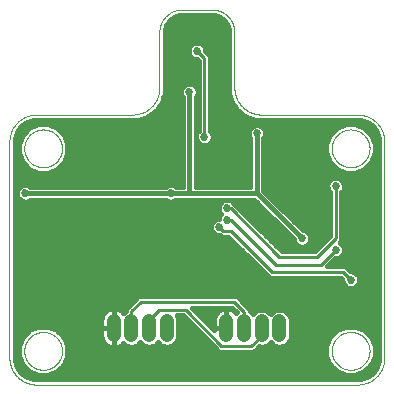
<source format=gbl>
G75*
%MOIN*%
%OFA0B0*%
%FSLAX25Y25*%
%IPPOS*%
%LPD*%
%AMOC8*
5,1,8,0,0,1.08239X$1,22.5*
%
%ADD10C,0.00000*%
%ADD11C,0.04756*%
%ADD12C,0.02700*%
%ADD13C,0.01600*%
%ADD14C,0.01000*%
D10*
X0009300Y0017556D02*
X0009300Y0089556D01*
X0009303Y0089773D01*
X0009311Y0089991D01*
X0009324Y0090208D01*
X0009342Y0090425D01*
X0009366Y0090641D01*
X0009394Y0090856D01*
X0009428Y0091071D01*
X0009468Y0091285D01*
X0009512Y0091498D01*
X0009562Y0091710D01*
X0009616Y0091920D01*
X0009676Y0092130D01*
X0009740Y0092337D01*
X0009810Y0092543D01*
X0009885Y0092747D01*
X0009964Y0092950D01*
X0010049Y0093150D01*
X0010138Y0093349D01*
X0010232Y0093545D01*
X0010331Y0093739D01*
X0010434Y0093930D01*
X0010542Y0094119D01*
X0010655Y0094305D01*
X0010772Y0094488D01*
X0010893Y0094669D01*
X0011019Y0094846D01*
X0011149Y0095020D01*
X0011283Y0095192D01*
X0011421Y0095360D01*
X0011563Y0095524D01*
X0011710Y0095685D01*
X0011860Y0095843D01*
X0012013Y0095996D01*
X0012171Y0096146D01*
X0012332Y0096293D01*
X0012496Y0096435D01*
X0012664Y0096573D01*
X0012836Y0096707D01*
X0013010Y0096837D01*
X0013187Y0096963D01*
X0013368Y0097084D01*
X0013551Y0097201D01*
X0013737Y0097314D01*
X0013926Y0097422D01*
X0014117Y0097525D01*
X0014311Y0097624D01*
X0014507Y0097718D01*
X0014706Y0097807D01*
X0014906Y0097892D01*
X0015109Y0097971D01*
X0015313Y0098046D01*
X0015519Y0098116D01*
X0015726Y0098180D01*
X0015936Y0098240D01*
X0016146Y0098294D01*
X0016358Y0098344D01*
X0016571Y0098388D01*
X0016785Y0098428D01*
X0017000Y0098462D01*
X0017215Y0098490D01*
X0017431Y0098514D01*
X0017648Y0098532D01*
X0017865Y0098545D01*
X0018083Y0098553D01*
X0018300Y0098556D01*
X0050300Y0098556D01*
X0050517Y0098559D01*
X0050735Y0098567D01*
X0050952Y0098580D01*
X0051169Y0098598D01*
X0051385Y0098622D01*
X0051600Y0098650D01*
X0051815Y0098684D01*
X0052029Y0098724D01*
X0052242Y0098768D01*
X0052454Y0098818D01*
X0052664Y0098872D01*
X0052874Y0098932D01*
X0053081Y0098996D01*
X0053287Y0099066D01*
X0053491Y0099141D01*
X0053694Y0099220D01*
X0053894Y0099305D01*
X0054093Y0099394D01*
X0054289Y0099488D01*
X0054483Y0099587D01*
X0054674Y0099690D01*
X0054863Y0099798D01*
X0055049Y0099911D01*
X0055232Y0100028D01*
X0055413Y0100149D01*
X0055590Y0100275D01*
X0055764Y0100405D01*
X0055936Y0100539D01*
X0056104Y0100677D01*
X0056268Y0100819D01*
X0056429Y0100966D01*
X0056587Y0101116D01*
X0056740Y0101269D01*
X0056890Y0101427D01*
X0057037Y0101588D01*
X0057179Y0101752D01*
X0057317Y0101920D01*
X0057451Y0102092D01*
X0057581Y0102266D01*
X0057707Y0102443D01*
X0057828Y0102624D01*
X0057945Y0102807D01*
X0058058Y0102993D01*
X0058166Y0103182D01*
X0058269Y0103373D01*
X0058368Y0103567D01*
X0058462Y0103763D01*
X0058551Y0103962D01*
X0058636Y0104162D01*
X0058715Y0104365D01*
X0058790Y0104569D01*
X0058860Y0104775D01*
X0058924Y0104982D01*
X0058984Y0105192D01*
X0059038Y0105402D01*
X0059088Y0105614D01*
X0059132Y0105827D01*
X0059172Y0106041D01*
X0059206Y0106256D01*
X0059234Y0106471D01*
X0059258Y0106687D01*
X0059276Y0106904D01*
X0059289Y0107121D01*
X0059297Y0107339D01*
X0059300Y0107556D01*
X0059300Y0126056D01*
X0059302Y0126237D01*
X0059309Y0126418D01*
X0059320Y0126599D01*
X0059335Y0126780D01*
X0059355Y0126960D01*
X0059379Y0127140D01*
X0059407Y0127319D01*
X0059440Y0127497D01*
X0059477Y0127674D01*
X0059518Y0127851D01*
X0059563Y0128026D01*
X0059613Y0128201D01*
X0059667Y0128374D01*
X0059725Y0128545D01*
X0059787Y0128716D01*
X0059854Y0128884D01*
X0059924Y0129051D01*
X0059998Y0129217D01*
X0060077Y0129380D01*
X0060159Y0129541D01*
X0060245Y0129701D01*
X0060335Y0129858D01*
X0060429Y0130013D01*
X0060526Y0130166D01*
X0060628Y0130316D01*
X0060732Y0130464D01*
X0060841Y0130610D01*
X0060952Y0130752D01*
X0061068Y0130892D01*
X0061186Y0131029D01*
X0061308Y0131164D01*
X0061433Y0131295D01*
X0061561Y0131423D01*
X0061692Y0131548D01*
X0061827Y0131670D01*
X0061964Y0131788D01*
X0062104Y0131904D01*
X0062246Y0132015D01*
X0062392Y0132124D01*
X0062540Y0132228D01*
X0062690Y0132330D01*
X0062843Y0132427D01*
X0062998Y0132521D01*
X0063155Y0132611D01*
X0063315Y0132697D01*
X0063476Y0132779D01*
X0063639Y0132858D01*
X0063805Y0132932D01*
X0063972Y0133002D01*
X0064140Y0133069D01*
X0064311Y0133131D01*
X0064482Y0133189D01*
X0064655Y0133243D01*
X0064830Y0133293D01*
X0065005Y0133338D01*
X0065182Y0133379D01*
X0065359Y0133416D01*
X0065537Y0133449D01*
X0065716Y0133477D01*
X0065896Y0133501D01*
X0066076Y0133521D01*
X0066257Y0133536D01*
X0066438Y0133547D01*
X0066619Y0133554D01*
X0066800Y0133556D01*
X0076800Y0133556D01*
X0076981Y0133554D01*
X0077162Y0133547D01*
X0077343Y0133536D01*
X0077524Y0133521D01*
X0077704Y0133501D01*
X0077884Y0133477D01*
X0078063Y0133449D01*
X0078241Y0133416D01*
X0078418Y0133379D01*
X0078595Y0133338D01*
X0078770Y0133293D01*
X0078945Y0133243D01*
X0079118Y0133189D01*
X0079289Y0133131D01*
X0079460Y0133069D01*
X0079628Y0133002D01*
X0079795Y0132932D01*
X0079961Y0132858D01*
X0080124Y0132779D01*
X0080285Y0132697D01*
X0080445Y0132611D01*
X0080602Y0132521D01*
X0080757Y0132427D01*
X0080910Y0132330D01*
X0081060Y0132228D01*
X0081208Y0132124D01*
X0081354Y0132015D01*
X0081496Y0131904D01*
X0081636Y0131788D01*
X0081773Y0131670D01*
X0081908Y0131548D01*
X0082039Y0131423D01*
X0082167Y0131295D01*
X0082292Y0131164D01*
X0082414Y0131029D01*
X0082532Y0130892D01*
X0082648Y0130752D01*
X0082759Y0130610D01*
X0082868Y0130464D01*
X0082972Y0130316D01*
X0083074Y0130166D01*
X0083171Y0130013D01*
X0083265Y0129858D01*
X0083355Y0129701D01*
X0083441Y0129541D01*
X0083523Y0129380D01*
X0083602Y0129217D01*
X0083676Y0129051D01*
X0083746Y0128884D01*
X0083813Y0128716D01*
X0083875Y0128545D01*
X0083933Y0128374D01*
X0083987Y0128201D01*
X0084037Y0128026D01*
X0084082Y0127851D01*
X0084123Y0127674D01*
X0084160Y0127497D01*
X0084193Y0127319D01*
X0084221Y0127140D01*
X0084245Y0126960D01*
X0084265Y0126780D01*
X0084280Y0126599D01*
X0084291Y0126418D01*
X0084298Y0126237D01*
X0084300Y0126056D01*
X0084300Y0107556D01*
X0084303Y0107339D01*
X0084311Y0107121D01*
X0084324Y0106904D01*
X0084342Y0106687D01*
X0084366Y0106471D01*
X0084394Y0106256D01*
X0084428Y0106041D01*
X0084468Y0105827D01*
X0084512Y0105614D01*
X0084562Y0105402D01*
X0084616Y0105192D01*
X0084676Y0104982D01*
X0084740Y0104775D01*
X0084810Y0104569D01*
X0084885Y0104365D01*
X0084964Y0104162D01*
X0085049Y0103962D01*
X0085138Y0103763D01*
X0085232Y0103567D01*
X0085331Y0103373D01*
X0085434Y0103182D01*
X0085542Y0102993D01*
X0085655Y0102807D01*
X0085772Y0102624D01*
X0085893Y0102443D01*
X0086019Y0102266D01*
X0086149Y0102092D01*
X0086283Y0101920D01*
X0086421Y0101752D01*
X0086563Y0101588D01*
X0086710Y0101427D01*
X0086860Y0101269D01*
X0087013Y0101116D01*
X0087171Y0100966D01*
X0087332Y0100819D01*
X0087496Y0100677D01*
X0087664Y0100539D01*
X0087836Y0100405D01*
X0088010Y0100275D01*
X0088187Y0100149D01*
X0088368Y0100028D01*
X0088551Y0099911D01*
X0088737Y0099798D01*
X0088926Y0099690D01*
X0089117Y0099587D01*
X0089311Y0099488D01*
X0089507Y0099394D01*
X0089706Y0099305D01*
X0089906Y0099220D01*
X0090109Y0099141D01*
X0090313Y0099066D01*
X0090519Y0098996D01*
X0090726Y0098932D01*
X0090936Y0098872D01*
X0091146Y0098818D01*
X0091358Y0098768D01*
X0091571Y0098724D01*
X0091785Y0098684D01*
X0092000Y0098650D01*
X0092215Y0098622D01*
X0092431Y0098598D01*
X0092648Y0098580D01*
X0092865Y0098567D01*
X0093083Y0098559D01*
X0093300Y0098556D01*
X0125300Y0098556D01*
X0125517Y0098553D01*
X0125735Y0098545D01*
X0125952Y0098532D01*
X0126169Y0098514D01*
X0126385Y0098490D01*
X0126600Y0098462D01*
X0126815Y0098428D01*
X0127029Y0098388D01*
X0127242Y0098344D01*
X0127454Y0098294D01*
X0127664Y0098240D01*
X0127874Y0098180D01*
X0128081Y0098116D01*
X0128287Y0098046D01*
X0128491Y0097971D01*
X0128694Y0097892D01*
X0128894Y0097807D01*
X0129093Y0097718D01*
X0129289Y0097624D01*
X0129483Y0097525D01*
X0129674Y0097422D01*
X0129863Y0097314D01*
X0130049Y0097201D01*
X0130232Y0097084D01*
X0130413Y0096963D01*
X0130590Y0096837D01*
X0130764Y0096707D01*
X0130936Y0096573D01*
X0131104Y0096435D01*
X0131268Y0096293D01*
X0131429Y0096146D01*
X0131587Y0095996D01*
X0131740Y0095843D01*
X0131890Y0095685D01*
X0132037Y0095524D01*
X0132179Y0095360D01*
X0132317Y0095192D01*
X0132451Y0095020D01*
X0132581Y0094846D01*
X0132707Y0094669D01*
X0132828Y0094488D01*
X0132945Y0094305D01*
X0133058Y0094119D01*
X0133166Y0093930D01*
X0133269Y0093739D01*
X0133368Y0093545D01*
X0133462Y0093349D01*
X0133551Y0093150D01*
X0133636Y0092950D01*
X0133715Y0092747D01*
X0133790Y0092543D01*
X0133860Y0092337D01*
X0133924Y0092130D01*
X0133984Y0091920D01*
X0134038Y0091710D01*
X0134088Y0091498D01*
X0134132Y0091285D01*
X0134172Y0091071D01*
X0134206Y0090856D01*
X0134234Y0090641D01*
X0134258Y0090425D01*
X0134276Y0090208D01*
X0134289Y0089991D01*
X0134297Y0089773D01*
X0134300Y0089556D01*
X0134300Y0017556D01*
X0134297Y0017339D01*
X0134289Y0017121D01*
X0134276Y0016904D01*
X0134258Y0016687D01*
X0134234Y0016471D01*
X0134206Y0016256D01*
X0134172Y0016041D01*
X0134132Y0015827D01*
X0134088Y0015614D01*
X0134038Y0015402D01*
X0133984Y0015192D01*
X0133924Y0014982D01*
X0133860Y0014775D01*
X0133790Y0014569D01*
X0133715Y0014365D01*
X0133636Y0014162D01*
X0133551Y0013962D01*
X0133462Y0013763D01*
X0133368Y0013567D01*
X0133269Y0013373D01*
X0133166Y0013182D01*
X0133058Y0012993D01*
X0132945Y0012807D01*
X0132828Y0012624D01*
X0132707Y0012443D01*
X0132581Y0012266D01*
X0132451Y0012092D01*
X0132317Y0011920D01*
X0132179Y0011752D01*
X0132037Y0011588D01*
X0131890Y0011427D01*
X0131740Y0011269D01*
X0131587Y0011116D01*
X0131429Y0010966D01*
X0131268Y0010819D01*
X0131104Y0010677D01*
X0130936Y0010539D01*
X0130764Y0010405D01*
X0130590Y0010275D01*
X0130413Y0010149D01*
X0130232Y0010028D01*
X0130049Y0009911D01*
X0129863Y0009798D01*
X0129674Y0009690D01*
X0129483Y0009587D01*
X0129289Y0009488D01*
X0129093Y0009394D01*
X0128894Y0009305D01*
X0128694Y0009220D01*
X0128491Y0009141D01*
X0128287Y0009066D01*
X0128081Y0008996D01*
X0127874Y0008932D01*
X0127664Y0008872D01*
X0127454Y0008818D01*
X0127242Y0008768D01*
X0127029Y0008724D01*
X0126815Y0008684D01*
X0126600Y0008650D01*
X0126385Y0008622D01*
X0126169Y0008598D01*
X0125952Y0008580D01*
X0125735Y0008567D01*
X0125517Y0008559D01*
X0125300Y0008556D01*
X0018300Y0008556D01*
X0018083Y0008559D01*
X0017865Y0008567D01*
X0017648Y0008580D01*
X0017431Y0008598D01*
X0017215Y0008622D01*
X0017000Y0008650D01*
X0016785Y0008684D01*
X0016571Y0008724D01*
X0016358Y0008768D01*
X0016146Y0008818D01*
X0015936Y0008872D01*
X0015726Y0008932D01*
X0015519Y0008996D01*
X0015313Y0009066D01*
X0015109Y0009141D01*
X0014906Y0009220D01*
X0014706Y0009305D01*
X0014507Y0009394D01*
X0014311Y0009488D01*
X0014117Y0009587D01*
X0013926Y0009690D01*
X0013737Y0009798D01*
X0013551Y0009911D01*
X0013368Y0010028D01*
X0013187Y0010149D01*
X0013010Y0010275D01*
X0012836Y0010405D01*
X0012664Y0010539D01*
X0012496Y0010677D01*
X0012332Y0010819D01*
X0012171Y0010966D01*
X0012013Y0011116D01*
X0011860Y0011269D01*
X0011710Y0011427D01*
X0011563Y0011588D01*
X0011421Y0011752D01*
X0011283Y0011920D01*
X0011149Y0012092D01*
X0011019Y0012266D01*
X0010893Y0012443D01*
X0010772Y0012624D01*
X0010655Y0012807D01*
X0010542Y0012993D01*
X0010434Y0013182D01*
X0010331Y0013373D01*
X0010232Y0013567D01*
X0010138Y0013763D01*
X0010049Y0013962D01*
X0009964Y0014162D01*
X0009885Y0014365D01*
X0009810Y0014569D01*
X0009740Y0014775D01*
X0009676Y0014982D01*
X0009616Y0015192D01*
X0009562Y0015402D01*
X0009512Y0015614D01*
X0009468Y0015827D01*
X0009428Y0016041D01*
X0009394Y0016256D01*
X0009366Y0016471D01*
X0009342Y0016687D01*
X0009324Y0016904D01*
X0009311Y0017121D01*
X0009303Y0017339D01*
X0009300Y0017556D01*
X0014251Y0019806D02*
X0014253Y0019964D01*
X0014259Y0020122D01*
X0014269Y0020280D01*
X0014283Y0020438D01*
X0014301Y0020595D01*
X0014322Y0020752D01*
X0014348Y0020908D01*
X0014378Y0021064D01*
X0014411Y0021219D01*
X0014449Y0021372D01*
X0014490Y0021525D01*
X0014535Y0021677D01*
X0014584Y0021828D01*
X0014637Y0021977D01*
X0014693Y0022125D01*
X0014753Y0022271D01*
X0014817Y0022416D01*
X0014885Y0022559D01*
X0014956Y0022701D01*
X0015030Y0022841D01*
X0015108Y0022978D01*
X0015190Y0023114D01*
X0015274Y0023248D01*
X0015363Y0023379D01*
X0015454Y0023508D01*
X0015549Y0023635D01*
X0015646Y0023760D01*
X0015747Y0023882D01*
X0015851Y0024001D01*
X0015958Y0024118D01*
X0016068Y0024232D01*
X0016181Y0024343D01*
X0016296Y0024452D01*
X0016414Y0024557D01*
X0016535Y0024659D01*
X0016658Y0024759D01*
X0016784Y0024855D01*
X0016912Y0024948D01*
X0017042Y0025038D01*
X0017175Y0025124D01*
X0017310Y0025208D01*
X0017446Y0025287D01*
X0017585Y0025364D01*
X0017726Y0025436D01*
X0017868Y0025506D01*
X0018012Y0025571D01*
X0018158Y0025633D01*
X0018305Y0025691D01*
X0018454Y0025746D01*
X0018604Y0025797D01*
X0018755Y0025844D01*
X0018907Y0025887D01*
X0019060Y0025926D01*
X0019215Y0025962D01*
X0019370Y0025993D01*
X0019526Y0026021D01*
X0019682Y0026045D01*
X0019839Y0026065D01*
X0019997Y0026081D01*
X0020154Y0026093D01*
X0020313Y0026101D01*
X0020471Y0026105D01*
X0020629Y0026105D01*
X0020787Y0026101D01*
X0020946Y0026093D01*
X0021103Y0026081D01*
X0021261Y0026065D01*
X0021418Y0026045D01*
X0021574Y0026021D01*
X0021730Y0025993D01*
X0021885Y0025962D01*
X0022040Y0025926D01*
X0022193Y0025887D01*
X0022345Y0025844D01*
X0022496Y0025797D01*
X0022646Y0025746D01*
X0022795Y0025691D01*
X0022942Y0025633D01*
X0023088Y0025571D01*
X0023232Y0025506D01*
X0023374Y0025436D01*
X0023515Y0025364D01*
X0023654Y0025287D01*
X0023790Y0025208D01*
X0023925Y0025124D01*
X0024058Y0025038D01*
X0024188Y0024948D01*
X0024316Y0024855D01*
X0024442Y0024759D01*
X0024565Y0024659D01*
X0024686Y0024557D01*
X0024804Y0024452D01*
X0024919Y0024343D01*
X0025032Y0024232D01*
X0025142Y0024118D01*
X0025249Y0024001D01*
X0025353Y0023882D01*
X0025454Y0023760D01*
X0025551Y0023635D01*
X0025646Y0023508D01*
X0025737Y0023379D01*
X0025826Y0023248D01*
X0025910Y0023114D01*
X0025992Y0022978D01*
X0026070Y0022841D01*
X0026144Y0022701D01*
X0026215Y0022559D01*
X0026283Y0022416D01*
X0026347Y0022271D01*
X0026407Y0022125D01*
X0026463Y0021977D01*
X0026516Y0021828D01*
X0026565Y0021677D01*
X0026610Y0021525D01*
X0026651Y0021372D01*
X0026689Y0021219D01*
X0026722Y0021064D01*
X0026752Y0020908D01*
X0026778Y0020752D01*
X0026799Y0020595D01*
X0026817Y0020438D01*
X0026831Y0020280D01*
X0026841Y0020122D01*
X0026847Y0019964D01*
X0026849Y0019806D01*
X0026847Y0019648D01*
X0026841Y0019490D01*
X0026831Y0019332D01*
X0026817Y0019174D01*
X0026799Y0019017D01*
X0026778Y0018860D01*
X0026752Y0018704D01*
X0026722Y0018548D01*
X0026689Y0018393D01*
X0026651Y0018240D01*
X0026610Y0018087D01*
X0026565Y0017935D01*
X0026516Y0017784D01*
X0026463Y0017635D01*
X0026407Y0017487D01*
X0026347Y0017341D01*
X0026283Y0017196D01*
X0026215Y0017053D01*
X0026144Y0016911D01*
X0026070Y0016771D01*
X0025992Y0016634D01*
X0025910Y0016498D01*
X0025826Y0016364D01*
X0025737Y0016233D01*
X0025646Y0016104D01*
X0025551Y0015977D01*
X0025454Y0015852D01*
X0025353Y0015730D01*
X0025249Y0015611D01*
X0025142Y0015494D01*
X0025032Y0015380D01*
X0024919Y0015269D01*
X0024804Y0015160D01*
X0024686Y0015055D01*
X0024565Y0014953D01*
X0024442Y0014853D01*
X0024316Y0014757D01*
X0024188Y0014664D01*
X0024058Y0014574D01*
X0023925Y0014488D01*
X0023790Y0014404D01*
X0023654Y0014325D01*
X0023515Y0014248D01*
X0023374Y0014176D01*
X0023232Y0014106D01*
X0023088Y0014041D01*
X0022942Y0013979D01*
X0022795Y0013921D01*
X0022646Y0013866D01*
X0022496Y0013815D01*
X0022345Y0013768D01*
X0022193Y0013725D01*
X0022040Y0013686D01*
X0021885Y0013650D01*
X0021730Y0013619D01*
X0021574Y0013591D01*
X0021418Y0013567D01*
X0021261Y0013547D01*
X0021103Y0013531D01*
X0020946Y0013519D01*
X0020787Y0013511D01*
X0020629Y0013507D01*
X0020471Y0013507D01*
X0020313Y0013511D01*
X0020154Y0013519D01*
X0019997Y0013531D01*
X0019839Y0013547D01*
X0019682Y0013567D01*
X0019526Y0013591D01*
X0019370Y0013619D01*
X0019215Y0013650D01*
X0019060Y0013686D01*
X0018907Y0013725D01*
X0018755Y0013768D01*
X0018604Y0013815D01*
X0018454Y0013866D01*
X0018305Y0013921D01*
X0018158Y0013979D01*
X0018012Y0014041D01*
X0017868Y0014106D01*
X0017726Y0014176D01*
X0017585Y0014248D01*
X0017446Y0014325D01*
X0017310Y0014404D01*
X0017175Y0014488D01*
X0017042Y0014574D01*
X0016912Y0014664D01*
X0016784Y0014757D01*
X0016658Y0014853D01*
X0016535Y0014953D01*
X0016414Y0015055D01*
X0016296Y0015160D01*
X0016181Y0015269D01*
X0016068Y0015380D01*
X0015958Y0015494D01*
X0015851Y0015611D01*
X0015747Y0015730D01*
X0015646Y0015852D01*
X0015549Y0015977D01*
X0015454Y0016104D01*
X0015363Y0016233D01*
X0015274Y0016364D01*
X0015190Y0016498D01*
X0015108Y0016634D01*
X0015030Y0016771D01*
X0014956Y0016911D01*
X0014885Y0017053D01*
X0014817Y0017196D01*
X0014753Y0017341D01*
X0014693Y0017487D01*
X0014637Y0017635D01*
X0014584Y0017784D01*
X0014535Y0017935D01*
X0014490Y0018087D01*
X0014449Y0018240D01*
X0014411Y0018393D01*
X0014378Y0018548D01*
X0014348Y0018704D01*
X0014322Y0018860D01*
X0014301Y0019017D01*
X0014283Y0019174D01*
X0014269Y0019332D01*
X0014259Y0019490D01*
X0014253Y0019648D01*
X0014251Y0019806D01*
X0014251Y0087306D02*
X0014253Y0087464D01*
X0014259Y0087622D01*
X0014269Y0087780D01*
X0014283Y0087938D01*
X0014301Y0088095D01*
X0014322Y0088252D01*
X0014348Y0088408D01*
X0014378Y0088564D01*
X0014411Y0088719D01*
X0014449Y0088872D01*
X0014490Y0089025D01*
X0014535Y0089177D01*
X0014584Y0089328D01*
X0014637Y0089477D01*
X0014693Y0089625D01*
X0014753Y0089771D01*
X0014817Y0089916D01*
X0014885Y0090059D01*
X0014956Y0090201D01*
X0015030Y0090341D01*
X0015108Y0090478D01*
X0015190Y0090614D01*
X0015274Y0090748D01*
X0015363Y0090879D01*
X0015454Y0091008D01*
X0015549Y0091135D01*
X0015646Y0091260D01*
X0015747Y0091382D01*
X0015851Y0091501D01*
X0015958Y0091618D01*
X0016068Y0091732D01*
X0016181Y0091843D01*
X0016296Y0091952D01*
X0016414Y0092057D01*
X0016535Y0092159D01*
X0016658Y0092259D01*
X0016784Y0092355D01*
X0016912Y0092448D01*
X0017042Y0092538D01*
X0017175Y0092624D01*
X0017310Y0092708D01*
X0017446Y0092787D01*
X0017585Y0092864D01*
X0017726Y0092936D01*
X0017868Y0093006D01*
X0018012Y0093071D01*
X0018158Y0093133D01*
X0018305Y0093191D01*
X0018454Y0093246D01*
X0018604Y0093297D01*
X0018755Y0093344D01*
X0018907Y0093387D01*
X0019060Y0093426D01*
X0019215Y0093462D01*
X0019370Y0093493D01*
X0019526Y0093521D01*
X0019682Y0093545D01*
X0019839Y0093565D01*
X0019997Y0093581D01*
X0020154Y0093593D01*
X0020313Y0093601D01*
X0020471Y0093605D01*
X0020629Y0093605D01*
X0020787Y0093601D01*
X0020946Y0093593D01*
X0021103Y0093581D01*
X0021261Y0093565D01*
X0021418Y0093545D01*
X0021574Y0093521D01*
X0021730Y0093493D01*
X0021885Y0093462D01*
X0022040Y0093426D01*
X0022193Y0093387D01*
X0022345Y0093344D01*
X0022496Y0093297D01*
X0022646Y0093246D01*
X0022795Y0093191D01*
X0022942Y0093133D01*
X0023088Y0093071D01*
X0023232Y0093006D01*
X0023374Y0092936D01*
X0023515Y0092864D01*
X0023654Y0092787D01*
X0023790Y0092708D01*
X0023925Y0092624D01*
X0024058Y0092538D01*
X0024188Y0092448D01*
X0024316Y0092355D01*
X0024442Y0092259D01*
X0024565Y0092159D01*
X0024686Y0092057D01*
X0024804Y0091952D01*
X0024919Y0091843D01*
X0025032Y0091732D01*
X0025142Y0091618D01*
X0025249Y0091501D01*
X0025353Y0091382D01*
X0025454Y0091260D01*
X0025551Y0091135D01*
X0025646Y0091008D01*
X0025737Y0090879D01*
X0025826Y0090748D01*
X0025910Y0090614D01*
X0025992Y0090478D01*
X0026070Y0090341D01*
X0026144Y0090201D01*
X0026215Y0090059D01*
X0026283Y0089916D01*
X0026347Y0089771D01*
X0026407Y0089625D01*
X0026463Y0089477D01*
X0026516Y0089328D01*
X0026565Y0089177D01*
X0026610Y0089025D01*
X0026651Y0088872D01*
X0026689Y0088719D01*
X0026722Y0088564D01*
X0026752Y0088408D01*
X0026778Y0088252D01*
X0026799Y0088095D01*
X0026817Y0087938D01*
X0026831Y0087780D01*
X0026841Y0087622D01*
X0026847Y0087464D01*
X0026849Y0087306D01*
X0026847Y0087148D01*
X0026841Y0086990D01*
X0026831Y0086832D01*
X0026817Y0086674D01*
X0026799Y0086517D01*
X0026778Y0086360D01*
X0026752Y0086204D01*
X0026722Y0086048D01*
X0026689Y0085893D01*
X0026651Y0085740D01*
X0026610Y0085587D01*
X0026565Y0085435D01*
X0026516Y0085284D01*
X0026463Y0085135D01*
X0026407Y0084987D01*
X0026347Y0084841D01*
X0026283Y0084696D01*
X0026215Y0084553D01*
X0026144Y0084411D01*
X0026070Y0084271D01*
X0025992Y0084134D01*
X0025910Y0083998D01*
X0025826Y0083864D01*
X0025737Y0083733D01*
X0025646Y0083604D01*
X0025551Y0083477D01*
X0025454Y0083352D01*
X0025353Y0083230D01*
X0025249Y0083111D01*
X0025142Y0082994D01*
X0025032Y0082880D01*
X0024919Y0082769D01*
X0024804Y0082660D01*
X0024686Y0082555D01*
X0024565Y0082453D01*
X0024442Y0082353D01*
X0024316Y0082257D01*
X0024188Y0082164D01*
X0024058Y0082074D01*
X0023925Y0081988D01*
X0023790Y0081904D01*
X0023654Y0081825D01*
X0023515Y0081748D01*
X0023374Y0081676D01*
X0023232Y0081606D01*
X0023088Y0081541D01*
X0022942Y0081479D01*
X0022795Y0081421D01*
X0022646Y0081366D01*
X0022496Y0081315D01*
X0022345Y0081268D01*
X0022193Y0081225D01*
X0022040Y0081186D01*
X0021885Y0081150D01*
X0021730Y0081119D01*
X0021574Y0081091D01*
X0021418Y0081067D01*
X0021261Y0081047D01*
X0021103Y0081031D01*
X0020946Y0081019D01*
X0020787Y0081011D01*
X0020629Y0081007D01*
X0020471Y0081007D01*
X0020313Y0081011D01*
X0020154Y0081019D01*
X0019997Y0081031D01*
X0019839Y0081047D01*
X0019682Y0081067D01*
X0019526Y0081091D01*
X0019370Y0081119D01*
X0019215Y0081150D01*
X0019060Y0081186D01*
X0018907Y0081225D01*
X0018755Y0081268D01*
X0018604Y0081315D01*
X0018454Y0081366D01*
X0018305Y0081421D01*
X0018158Y0081479D01*
X0018012Y0081541D01*
X0017868Y0081606D01*
X0017726Y0081676D01*
X0017585Y0081748D01*
X0017446Y0081825D01*
X0017310Y0081904D01*
X0017175Y0081988D01*
X0017042Y0082074D01*
X0016912Y0082164D01*
X0016784Y0082257D01*
X0016658Y0082353D01*
X0016535Y0082453D01*
X0016414Y0082555D01*
X0016296Y0082660D01*
X0016181Y0082769D01*
X0016068Y0082880D01*
X0015958Y0082994D01*
X0015851Y0083111D01*
X0015747Y0083230D01*
X0015646Y0083352D01*
X0015549Y0083477D01*
X0015454Y0083604D01*
X0015363Y0083733D01*
X0015274Y0083864D01*
X0015190Y0083998D01*
X0015108Y0084134D01*
X0015030Y0084271D01*
X0014956Y0084411D01*
X0014885Y0084553D01*
X0014817Y0084696D01*
X0014753Y0084841D01*
X0014693Y0084987D01*
X0014637Y0085135D01*
X0014584Y0085284D01*
X0014535Y0085435D01*
X0014490Y0085587D01*
X0014449Y0085740D01*
X0014411Y0085893D01*
X0014378Y0086048D01*
X0014348Y0086204D01*
X0014322Y0086360D01*
X0014301Y0086517D01*
X0014283Y0086674D01*
X0014269Y0086832D01*
X0014259Y0086990D01*
X0014253Y0087148D01*
X0014251Y0087306D01*
X0116751Y0087306D02*
X0116753Y0087464D01*
X0116759Y0087622D01*
X0116769Y0087780D01*
X0116783Y0087938D01*
X0116801Y0088095D01*
X0116822Y0088252D01*
X0116848Y0088408D01*
X0116878Y0088564D01*
X0116911Y0088719D01*
X0116949Y0088872D01*
X0116990Y0089025D01*
X0117035Y0089177D01*
X0117084Y0089328D01*
X0117137Y0089477D01*
X0117193Y0089625D01*
X0117253Y0089771D01*
X0117317Y0089916D01*
X0117385Y0090059D01*
X0117456Y0090201D01*
X0117530Y0090341D01*
X0117608Y0090478D01*
X0117690Y0090614D01*
X0117774Y0090748D01*
X0117863Y0090879D01*
X0117954Y0091008D01*
X0118049Y0091135D01*
X0118146Y0091260D01*
X0118247Y0091382D01*
X0118351Y0091501D01*
X0118458Y0091618D01*
X0118568Y0091732D01*
X0118681Y0091843D01*
X0118796Y0091952D01*
X0118914Y0092057D01*
X0119035Y0092159D01*
X0119158Y0092259D01*
X0119284Y0092355D01*
X0119412Y0092448D01*
X0119542Y0092538D01*
X0119675Y0092624D01*
X0119810Y0092708D01*
X0119946Y0092787D01*
X0120085Y0092864D01*
X0120226Y0092936D01*
X0120368Y0093006D01*
X0120512Y0093071D01*
X0120658Y0093133D01*
X0120805Y0093191D01*
X0120954Y0093246D01*
X0121104Y0093297D01*
X0121255Y0093344D01*
X0121407Y0093387D01*
X0121560Y0093426D01*
X0121715Y0093462D01*
X0121870Y0093493D01*
X0122026Y0093521D01*
X0122182Y0093545D01*
X0122339Y0093565D01*
X0122497Y0093581D01*
X0122654Y0093593D01*
X0122813Y0093601D01*
X0122971Y0093605D01*
X0123129Y0093605D01*
X0123287Y0093601D01*
X0123446Y0093593D01*
X0123603Y0093581D01*
X0123761Y0093565D01*
X0123918Y0093545D01*
X0124074Y0093521D01*
X0124230Y0093493D01*
X0124385Y0093462D01*
X0124540Y0093426D01*
X0124693Y0093387D01*
X0124845Y0093344D01*
X0124996Y0093297D01*
X0125146Y0093246D01*
X0125295Y0093191D01*
X0125442Y0093133D01*
X0125588Y0093071D01*
X0125732Y0093006D01*
X0125874Y0092936D01*
X0126015Y0092864D01*
X0126154Y0092787D01*
X0126290Y0092708D01*
X0126425Y0092624D01*
X0126558Y0092538D01*
X0126688Y0092448D01*
X0126816Y0092355D01*
X0126942Y0092259D01*
X0127065Y0092159D01*
X0127186Y0092057D01*
X0127304Y0091952D01*
X0127419Y0091843D01*
X0127532Y0091732D01*
X0127642Y0091618D01*
X0127749Y0091501D01*
X0127853Y0091382D01*
X0127954Y0091260D01*
X0128051Y0091135D01*
X0128146Y0091008D01*
X0128237Y0090879D01*
X0128326Y0090748D01*
X0128410Y0090614D01*
X0128492Y0090478D01*
X0128570Y0090341D01*
X0128644Y0090201D01*
X0128715Y0090059D01*
X0128783Y0089916D01*
X0128847Y0089771D01*
X0128907Y0089625D01*
X0128963Y0089477D01*
X0129016Y0089328D01*
X0129065Y0089177D01*
X0129110Y0089025D01*
X0129151Y0088872D01*
X0129189Y0088719D01*
X0129222Y0088564D01*
X0129252Y0088408D01*
X0129278Y0088252D01*
X0129299Y0088095D01*
X0129317Y0087938D01*
X0129331Y0087780D01*
X0129341Y0087622D01*
X0129347Y0087464D01*
X0129349Y0087306D01*
X0129347Y0087148D01*
X0129341Y0086990D01*
X0129331Y0086832D01*
X0129317Y0086674D01*
X0129299Y0086517D01*
X0129278Y0086360D01*
X0129252Y0086204D01*
X0129222Y0086048D01*
X0129189Y0085893D01*
X0129151Y0085740D01*
X0129110Y0085587D01*
X0129065Y0085435D01*
X0129016Y0085284D01*
X0128963Y0085135D01*
X0128907Y0084987D01*
X0128847Y0084841D01*
X0128783Y0084696D01*
X0128715Y0084553D01*
X0128644Y0084411D01*
X0128570Y0084271D01*
X0128492Y0084134D01*
X0128410Y0083998D01*
X0128326Y0083864D01*
X0128237Y0083733D01*
X0128146Y0083604D01*
X0128051Y0083477D01*
X0127954Y0083352D01*
X0127853Y0083230D01*
X0127749Y0083111D01*
X0127642Y0082994D01*
X0127532Y0082880D01*
X0127419Y0082769D01*
X0127304Y0082660D01*
X0127186Y0082555D01*
X0127065Y0082453D01*
X0126942Y0082353D01*
X0126816Y0082257D01*
X0126688Y0082164D01*
X0126558Y0082074D01*
X0126425Y0081988D01*
X0126290Y0081904D01*
X0126154Y0081825D01*
X0126015Y0081748D01*
X0125874Y0081676D01*
X0125732Y0081606D01*
X0125588Y0081541D01*
X0125442Y0081479D01*
X0125295Y0081421D01*
X0125146Y0081366D01*
X0124996Y0081315D01*
X0124845Y0081268D01*
X0124693Y0081225D01*
X0124540Y0081186D01*
X0124385Y0081150D01*
X0124230Y0081119D01*
X0124074Y0081091D01*
X0123918Y0081067D01*
X0123761Y0081047D01*
X0123603Y0081031D01*
X0123446Y0081019D01*
X0123287Y0081011D01*
X0123129Y0081007D01*
X0122971Y0081007D01*
X0122813Y0081011D01*
X0122654Y0081019D01*
X0122497Y0081031D01*
X0122339Y0081047D01*
X0122182Y0081067D01*
X0122026Y0081091D01*
X0121870Y0081119D01*
X0121715Y0081150D01*
X0121560Y0081186D01*
X0121407Y0081225D01*
X0121255Y0081268D01*
X0121104Y0081315D01*
X0120954Y0081366D01*
X0120805Y0081421D01*
X0120658Y0081479D01*
X0120512Y0081541D01*
X0120368Y0081606D01*
X0120226Y0081676D01*
X0120085Y0081748D01*
X0119946Y0081825D01*
X0119810Y0081904D01*
X0119675Y0081988D01*
X0119542Y0082074D01*
X0119412Y0082164D01*
X0119284Y0082257D01*
X0119158Y0082353D01*
X0119035Y0082453D01*
X0118914Y0082555D01*
X0118796Y0082660D01*
X0118681Y0082769D01*
X0118568Y0082880D01*
X0118458Y0082994D01*
X0118351Y0083111D01*
X0118247Y0083230D01*
X0118146Y0083352D01*
X0118049Y0083477D01*
X0117954Y0083604D01*
X0117863Y0083733D01*
X0117774Y0083864D01*
X0117690Y0083998D01*
X0117608Y0084134D01*
X0117530Y0084271D01*
X0117456Y0084411D01*
X0117385Y0084553D01*
X0117317Y0084696D01*
X0117253Y0084841D01*
X0117193Y0084987D01*
X0117137Y0085135D01*
X0117084Y0085284D01*
X0117035Y0085435D01*
X0116990Y0085587D01*
X0116949Y0085740D01*
X0116911Y0085893D01*
X0116878Y0086048D01*
X0116848Y0086204D01*
X0116822Y0086360D01*
X0116801Y0086517D01*
X0116783Y0086674D01*
X0116769Y0086832D01*
X0116759Y0086990D01*
X0116753Y0087148D01*
X0116751Y0087306D01*
X0116751Y0019806D02*
X0116753Y0019964D01*
X0116759Y0020122D01*
X0116769Y0020280D01*
X0116783Y0020438D01*
X0116801Y0020595D01*
X0116822Y0020752D01*
X0116848Y0020908D01*
X0116878Y0021064D01*
X0116911Y0021219D01*
X0116949Y0021372D01*
X0116990Y0021525D01*
X0117035Y0021677D01*
X0117084Y0021828D01*
X0117137Y0021977D01*
X0117193Y0022125D01*
X0117253Y0022271D01*
X0117317Y0022416D01*
X0117385Y0022559D01*
X0117456Y0022701D01*
X0117530Y0022841D01*
X0117608Y0022978D01*
X0117690Y0023114D01*
X0117774Y0023248D01*
X0117863Y0023379D01*
X0117954Y0023508D01*
X0118049Y0023635D01*
X0118146Y0023760D01*
X0118247Y0023882D01*
X0118351Y0024001D01*
X0118458Y0024118D01*
X0118568Y0024232D01*
X0118681Y0024343D01*
X0118796Y0024452D01*
X0118914Y0024557D01*
X0119035Y0024659D01*
X0119158Y0024759D01*
X0119284Y0024855D01*
X0119412Y0024948D01*
X0119542Y0025038D01*
X0119675Y0025124D01*
X0119810Y0025208D01*
X0119946Y0025287D01*
X0120085Y0025364D01*
X0120226Y0025436D01*
X0120368Y0025506D01*
X0120512Y0025571D01*
X0120658Y0025633D01*
X0120805Y0025691D01*
X0120954Y0025746D01*
X0121104Y0025797D01*
X0121255Y0025844D01*
X0121407Y0025887D01*
X0121560Y0025926D01*
X0121715Y0025962D01*
X0121870Y0025993D01*
X0122026Y0026021D01*
X0122182Y0026045D01*
X0122339Y0026065D01*
X0122497Y0026081D01*
X0122654Y0026093D01*
X0122813Y0026101D01*
X0122971Y0026105D01*
X0123129Y0026105D01*
X0123287Y0026101D01*
X0123446Y0026093D01*
X0123603Y0026081D01*
X0123761Y0026065D01*
X0123918Y0026045D01*
X0124074Y0026021D01*
X0124230Y0025993D01*
X0124385Y0025962D01*
X0124540Y0025926D01*
X0124693Y0025887D01*
X0124845Y0025844D01*
X0124996Y0025797D01*
X0125146Y0025746D01*
X0125295Y0025691D01*
X0125442Y0025633D01*
X0125588Y0025571D01*
X0125732Y0025506D01*
X0125874Y0025436D01*
X0126015Y0025364D01*
X0126154Y0025287D01*
X0126290Y0025208D01*
X0126425Y0025124D01*
X0126558Y0025038D01*
X0126688Y0024948D01*
X0126816Y0024855D01*
X0126942Y0024759D01*
X0127065Y0024659D01*
X0127186Y0024557D01*
X0127304Y0024452D01*
X0127419Y0024343D01*
X0127532Y0024232D01*
X0127642Y0024118D01*
X0127749Y0024001D01*
X0127853Y0023882D01*
X0127954Y0023760D01*
X0128051Y0023635D01*
X0128146Y0023508D01*
X0128237Y0023379D01*
X0128326Y0023248D01*
X0128410Y0023114D01*
X0128492Y0022978D01*
X0128570Y0022841D01*
X0128644Y0022701D01*
X0128715Y0022559D01*
X0128783Y0022416D01*
X0128847Y0022271D01*
X0128907Y0022125D01*
X0128963Y0021977D01*
X0129016Y0021828D01*
X0129065Y0021677D01*
X0129110Y0021525D01*
X0129151Y0021372D01*
X0129189Y0021219D01*
X0129222Y0021064D01*
X0129252Y0020908D01*
X0129278Y0020752D01*
X0129299Y0020595D01*
X0129317Y0020438D01*
X0129331Y0020280D01*
X0129341Y0020122D01*
X0129347Y0019964D01*
X0129349Y0019806D01*
X0129347Y0019648D01*
X0129341Y0019490D01*
X0129331Y0019332D01*
X0129317Y0019174D01*
X0129299Y0019017D01*
X0129278Y0018860D01*
X0129252Y0018704D01*
X0129222Y0018548D01*
X0129189Y0018393D01*
X0129151Y0018240D01*
X0129110Y0018087D01*
X0129065Y0017935D01*
X0129016Y0017784D01*
X0128963Y0017635D01*
X0128907Y0017487D01*
X0128847Y0017341D01*
X0128783Y0017196D01*
X0128715Y0017053D01*
X0128644Y0016911D01*
X0128570Y0016771D01*
X0128492Y0016634D01*
X0128410Y0016498D01*
X0128326Y0016364D01*
X0128237Y0016233D01*
X0128146Y0016104D01*
X0128051Y0015977D01*
X0127954Y0015852D01*
X0127853Y0015730D01*
X0127749Y0015611D01*
X0127642Y0015494D01*
X0127532Y0015380D01*
X0127419Y0015269D01*
X0127304Y0015160D01*
X0127186Y0015055D01*
X0127065Y0014953D01*
X0126942Y0014853D01*
X0126816Y0014757D01*
X0126688Y0014664D01*
X0126558Y0014574D01*
X0126425Y0014488D01*
X0126290Y0014404D01*
X0126154Y0014325D01*
X0126015Y0014248D01*
X0125874Y0014176D01*
X0125732Y0014106D01*
X0125588Y0014041D01*
X0125442Y0013979D01*
X0125295Y0013921D01*
X0125146Y0013866D01*
X0124996Y0013815D01*
X0124845Y0013768D01*
X0124693Y0013725D01*
X0124540Y0013686D01*
X0124385Y0013650D01*
X0124230Y0013619D01*
X0124074Y0013591D01*
X0123918Y0013567D01*
X0123761Y0013547D01*
X0123603Y0013531D01*
X0123446Y0013519D01*
X0123287Y0013511D01*
X0123129Y0013507D01*
X0122971Y0013507D01*
X0122813Y0013511D01*
X0122654Y0013519D01*
X0122497Y0013531D01*
X0122339Y0013547D01*
X0122182Y0013567D01*
X0122026Y0013591D01*
X0121870Y0013619D01*
X0121715Y0013650D01*
X0121560Y0013686D01*
X0121407Y0013725D01*
X0121255Y0013768D01*
X0121104Y0013815D01*
X0120954Y0013866D01*
X0120805Y0013921D01*
X0120658Y0013979D01*
X0120512Y0014041D01*
X0120368Y0014106D01*
X0120226Y0014176D01*
X0120085Y0014248D01*
X0119946Y0014325D01*
X0119810Y0014404D01*
X0119675Y0014488D01*
X0119542Y0014574D01*
X0119412Y0014664D01*
X0119284Y0014757D01*
X0119158Y0014853D01*
X0119035Y0014953D01*
X0118914Y0015055D01*
X0118796Y0015160D01*
X0118681Y0015269D01*
X0118568Y0015380D01*
X0118458Y0015494D01*
X0118351Y0015611D01*
X0118247Y0015730D01*
X0118146Y0015852D01*
X0118049Y0015977D01*
X0117954Y0016104D01*
X0117863Y0016233D01*
X0117774Y0016364D01*
X0117690Y0016498D01*
X0117608Y0016634D01*
X0117530Y0016771D01*
X0117456Y0016911D01*
X0117385Y0017053D01*
X0117317Y0017196D01*
X0117253Y0017341D01*
X0117193Y0017487D01*
X0117137Y0017635D01*
X0117084Y0017784D01*
X0117035Y0017935D01*
X0116990Y0018087D01*
X0116949Y0018240D01*
X0116911Y0018393D01*
X0116878Y0018548D01*
X0116848Y0018704D01*
X0116822Y0018860D01*
X0116801Y0019017D01*
X0116783Y0019174D01*
X0116769Y0019332D01*
X0116759Y0019490D01*
X0116753Y0019648D01*
X0116751Y0019806D01*
D11*
X0099300Y0025007D02*
X0099300Y0029763D01*
X0093394Y0029763D02*
X0093394Y0025007D01*
X0087489Y0025007D02*
X0087489Y0029763D01*
X0081583Y0029763D02*
X0081583Y0025007D01*
X0061800Y0025007D02*
X0061800Y0029763D01*
X0055894Y0029763D02*
X0055894Y0025007D01*
X0049989Y0025007D02*
X0049989Y0029763D01*
X0044083Y0029763D02*
X0044083Y0025007D01*
D12*
X0038050Y0023556D03*
X0038050Y0027306D03*
X0038050Y0031056D03*
X0038050Y0034806D03*
X0043050Y0034806D03*
X0033050Y0042306D03*
X0028050Y0042306D03*
X0021800Y0052306D03*
X0021800Y0057306D03*
X0021800Y0062306D03*
X0030550Y0068556D03*
X0035550Y0066056D03*
X0030550Y0076056D03*
X0014612Y0072306D03*
X0013050Y0076056D03*
X0038050Y0054806D03*
X0038050Y0051056D03*
X0046800Y0046056D03*
X0066800Y0029806D03*
X0070550Y0027306D03*
X0066800Y0023556D03*
X0074300Y0023556D03*
X0076800Y0028556D03*
X0073050Y0032306D03*
X0075550Y0039806D03*
X0079300Y0039806D03*
X0083050Y0039806D03*
X0086800Y0039806D03*
X0090550Y0039806D03*
X0094300Y0043556D03*
X0086800Y0052306D03*
X0079300Y0061056D03*
X0081800Y0063556D03*
X0081800Y0067306D03*
X0076800Y0068556D03*
X0076800Y0064806D03*
X0068050Y0068556D03*
X0063050Y0072306D03*
X0065550Y0078556D03*
X0073050Y0078556D03*
X0081800Y0078556D03*
X0074300Y0091056D03*
X0064300Y0091056D03*
X0060550Y0091056D03*
X0051800Y0082931D03*
X0050550Y0092306D03*
X0045550Y0092306D03*
X0069300Y0106056D03*
X0071800Y0119806D03*
X0071800Y0124806D03*
X0091800Y0092306D03*
X0095550Y0087306D03*
X0100550Y0087306D03*
X0105550Y0069806D03*
X0118050Y0074806D03*
X0128050Y0078556D03*
X0128050Y0061056D03*
X0118050Y0053556D03*
X0111800Y0057306D03*
X0106800Y0057306D03*
X0101800Y0057306D03*
X0093050Y0066056D03*
X0114300Y0039806D03*
X0118050Y0039806D03*
X0123050Y0043556D03*
X0128050Y0043556D03*
X0106800Y0032306D03*
X0106800Y0021056D03*
X0106800Y0012306D03*
X0053050Y0012306D03*
X0053050Y0021056D03*
X0030550Y0023556D03*
X0030550Y0012306D03*
X0013050Y0029806D03*
X0015550Y0042306D03*
D13*
X0011885Y0014287D02*
X0013209Y0012465D01*
X0015031Y0011141D01*
X0017174Y0010445D01*
X0018300Y0010356D01*
X0125300Y0010356D01*
X0126426Y0010445D01*
X0128569Y0011141D01*
X0130391Y0012465D01*
X0131715Y0014287D01*
X0132411Y0016430D01*
X0132500Y0017556D01*
X0132500Y0089556D01*
X0132411Y0090682D01*
X0131715Y0092825D01*
X0130391Y0094647D01*
X0128569Y0095971D01*
X0126426Y0096667D01*
X0125300Y0096756D01*
X0091589Y0096756D01*
X0088336Y0097813D01*
X0088336Y0097813D01*
X0085568Y0099824D01*
X0085568Y0099824D01*
X0085568Y0099824D01*
X0083557Y0102592D01*
X0083557Y0102592D01*
X0082500Y0105845D01*
X0082500Y0126056D01*
X0082430Y0126948D01*
X0081879Y0128644D01*
X0080830Y0130087D01*
X0079388Y0131135D01*
X0077692Y0131686D01*
X0076800Y0131756D01*
X0066800Y0131756D01*
X0065908Y0131686D01*
X0064212Y0131135D01*
X0062769Y0130087D01*
X0061721Y0128644D01*
X0061170Y0126948D01*
X0061100Y0126056D01*
X0061100Y0105845D01*
X0060043Y0102592D01*
X0060043Y0102592D01*
X0058032Y0099824D01*
X0058032Y0099824D01*
X0058032Y0099824D01*
X0055264Y0097813D01*
X0055264Y0097813D01*
X0052011Y0096756D01*
X0052011Y0096756D01*
X0051046Y0096756D01*
X0018300Y0096756D01*
X0017174Y0096667D01*
X0015031Y0095971D01*
X0013209Y0094647D01*
X0011885Y0092825D01*
X0011189Y0090682D01*
X0011100Y0089556D01*
X0011100Y0017556D01*
X0011189Y0016430D01*
X0011885Y0014287D01*
X0011669Y0014950D02*
X0013952Y0014950D01*
X0013684Y0015218D02*
X0015962Y0012940D01*
X0018939Y0011707D01*
X0022161Y0011707D01*
X0025138Y0012940D01*
X0027416Y0015218D01*
X0028649Y0018195D01*
X0028649Y0021417D01*
X0027416Y0024394D01*
X0025138Y0026672D01*
X0022161Y0027905D01*
X0018939Y0027905D01*
X0015962Y0026672D01*
X0013684Y0024394D01*
X0012451Y0021417D01*
X0012451Y0018195D01*
X0013684Y0015218D01*
X0013133Y0016549D02*
X0011179Y0016549D01*
X0011100Y0018147D02*
X0012471Y0018147D01*
X0012451Y0019746D02*
X0011100Y0019746D01*
X0011100Y0021344D02*
X0012451Y0021344D01*
X0013083Y0022943D02*
X0011100Y0022943D01*
X0011100Y0024541D02*
X0013831Y0024541D01*
X0015430Y0026140D02*
X0011100Y0026140D01*
X0011100Y0027738D02*
X0018536Y0027738D01*
X0022564Y0027738D02*
X0039906Y0027738D01*
X0039906Y0027385D02*
X0044083Y0027385D01*
X0044083Y0027385D01*
X0044083Y0033941D01*
X0043755Y0033941D01*
X0043105Y0033838D01*
X0042480Y0033635D01*
X0041894Y0033336D01*
X0041362Y0032949D01*
X0040897Y0032484D01*
X0040510Y0031952D01*
X0040212Y0031366D01*
X0040008Y0030741D01*
X0039906Y0030092D01*
X0039906Y0027385D01*
X0039906Y0024678D01*
X0040008Y0024028D01*
X0040212Y0023403D01*
X0040510Y0022817D01*
X0040897Y0022285D01*
X0041362Y0021820D01*
X0041894Y0021434D01*
X0042480Y0021135D01*
X0043105Y0020932D01*
X0043755Y0020829D01*
X0044083Y0020829D01*
X0044083Y0027385D01*
X0044084Y0027385D01*
X0044084Y0033941D01*
X0044412Y0033941D01*
X0045062Y0033838D01*
X0045687Y0033635D01*
X0046273Y0033336D01*
X0046805Y0032949D01*
X0047270Y0032484D01*
X0047311Y0032428D01*
X0047849Y0032966D01*
X0048089Y0033065D01*
X0048089Y0033782D01*
X0051150Y0036843D01*
X0052263Y0037956D01*
X0085087Y0037956D01*
X0088276Y0034767D01*
X0089389Y0033654D01*
X0089389Y0033065D01*
X0089629Y0032966D01*
X0090442Y0032153D01*
X0091254Y0032966D01*
X0092643Y0033541D01*
X0094146Y0033541D01*
X0095535Y0032966D01*
X0096347Y0032153D01*
X0097160Y0032966D01*
X0098549Y0033541D01*
X0100051Y0033541D01*
X0101440Y0032966D01*
X0102503Y0031903D01*
X0103078Y0030514D01*
X0103078Y0024255D01*
X0102503Y0022867D01*
X0101440Y0021804D01*
X0100051Y0021229D01*
X0098549Y0021229D01*
X0097160Y0021804D01*
X0096347Y0022617D01*
X0095535Y0021804D01*
X0094146Y0021229D01*
X0092643Y0021229D01*
X0092522Y0021279D01*
X0091825Y0020582D01*
X0091825Y0020582D01*
X0090712Y0019469D01*
X0080698Y0019469D01*
X0080687Y0019458D01*
X0079913Y0019469D01*
X0079138Y0019469D01*
X0079128Y0019479D01*
X0079113Y0019479D01*
X0078573Y0020034D01*
X0078025Y0020582D01*
X0078025Y0020596D01*
X0067248Y0031656D01*
X0065105Y0031656D01*
X0065578Y0030514D01*
X0065578Y0024255D01*
X0065003Y0022867D01*
X0063940Y0021804D01*
X0062551Y0021229D01*
X0061049Y0021229D01*
X0059660Y0021804D01*
X0058847Y0022617D01*
X0058035Y0021804D01*
X0056646Y0021229D01*
X0055143Y0021229D01*
X0053754Y0021804D01*
X0052942Y0022617D01*
X0052129Y0021804D01*
X0050740Y0021229D01*
X0049237Y0021229D01*
X0047849Y0021804D01*
X0047311Y0022342D01*
X0047270Y0022285D01*
X0046805Y0021820D01*
X0046273Y0021434D01*
X0045687Y0021135D01*
X0045062Y0020932D01*
X0044412Y0020829D01*
X0044084Y0020829D01*
X0044084Y0027385D01*
X0044083Y0027385D01*
X0039906Y0027385D01*
X0039906Y0026140D02*
X0025670Y0026140D01*
X0027269Y0024541D02*
X0039927Y0024541D01*
X0040446Y0022943D02*
X0028017Y0022943D01*
X0028649Y0021344D02*
X0042069Y0021344D01*
X0044083Y0021344D02*
X0044084Y0021344D01*
X0044083Y0022943D02*
X0044084Y0022943D01*
X0044083Y0024541D02*
X0044084Y0024541D01*
X0044083Y0026140D02*
X0044084Y0026140D01*
X0044083Y0027738D02*
X0044084Y0027738D01*
X0044083Y0029337D02*
X0044084Y0029337D01*
X0044083Y0030935D02*
X0044084Y0030935D01*
X0044083Y0032534D02*
X0044084Y0032534D01*
X0040946Y0032534D02*
X0011100Y0032534D01*
X0011100Y0034132D02*
X0048439Y0034132D01*
X0047417Y0032534D02*
X0047221Y0032534D01*
X0050038Y0035731D02*
X0011100Y0035731D01*
X0011100Y0037329D02*
X0051636Y0037329D01*
X0040071Y0030935D02*
X0011100Y0030935D01*
X0011100Y0029337D02*
X0039906Y0029337D01*
X0046098Y0021344D02*
X0048959Y0021344D01*
X0051019Y0021344D02*
X0054865Y0021344D01*
X0056924Y0021344D02*
X0060770Y0021344D01*
X0062830Y0021344D02*
X0077296Y0021344D01*
X0078854Y0019746D02*
X0028649Y0019746D01*
X0028629Y0018147D02*
X0114971Y0018147D01*
X0114951Y0018195D02*
X0116184Y0015218D01*
X0118462Y0012940D01*
X0121439Y0011707D01*
X0124661Y0011707D01*
X0127638Y0012940D01*
X0129916Y0015218D01*
X0131149Y0018195D01*
X0131149Y0021417D01*
X0129916Y0024394D01*
X0127638Y0026672D01*
X0124661Y0027905D01*
X0121439Y0027905D01*
X0118462Y0026672D01*
X0116184Y0024394D01*
X0114951Y0021417D01*
X0114951Y0018195D01*
X0114951Y0019746D02*
X0090989Y0019746D01*
X0094424Y0021344D02*
X0098270Y0021344D01*
X0100330Y0021344D02*
X0114951Y0021344D01*
X0115583Y0022943D02*
X0102534Y0022943D01*
X0103078Y0024541D02*
X0116331Y0024541D01*
X0117930Y0026140D02*
X0103078Y0026140D01*
X0103078Y0027738D02*
X0121036Y0027738D01*
X0125064Y0027738D02*
X0132500Y0027738D01*
X0132500Y0026140D02*
X0128170Y0026140D01*
X0129769Y0024541D02*
X0132500Y0024541D01*
X0132500Y0022943D02*
X0130517Y0022943D01*
X0131149Y0021344D02*
X0132500Y0021344D01*
X0132500Y0019746D02*
X0131149Y0019746D01*
X0131129Y0018147D02*
X0132500Y0018147D01*
X0132421Y0016549D02*
X0130467Y0016549D01*
X0129648Y0014950D02*
X0131931Y0014950D01*
X0131035Y0013352D02*
X0128050Y0013352D01*
X0129411Y0011753D02*
X0124773Y0011753D01*
X0121327Y0011753D02*
X0022273Y0011753D01*
X0018827Y0011753D02*
X0014189Y0011753D01*
X0015550Y0013352D02*
X0012565Y0013352D01*
X0025550Y0013352D02*
X0118050Y0013352D01*
X0116452Y0014950D02*
X0027148Y0014950D01*
X0027967Y0016549D02*
X0115633Y0016549D01*
X0103078Y0029337D02*
X0132500Y0029337D01*
X0132500Y0030935D02*
X0102904Y0030935D01*
X0101872Y0032534D02*
X0132500Y0032534D01*
X0132500Y0034132D02*
X0088911Y0034132D01*
X0090061Y0032534D02*
X0090823Y0032534D01*
X0087312Y0035731D02*
X0132500Y0035731D01*
X0132500Y0037329D02*
X0085714Y0037329D01*
X0083513Y0034156D02*
X0085026Y0032643D01*
X0084811Y0032428D01*
X0084770Y0032484D01*
X0084305Y0032949D01*
X0083773Y0033336D01*
X0083187Y0033635D01*
X0082562Y0033838D01*
X0081912Y0033941D01*
X0081584Y0033941D01*
X0081584Y0027385D01*
X0081583Y0027385D01*
X0081583Y0027385D01*
X0077406Y0027385D01*
X0077406Y0030092D01*
X0077508Y0030741D01*
X0077712Y0031366D01*
X0078010Y0031952D01*
X0078397Y0032484D01*
X0078862Y0032949D01*
X0079394Y0033336D01*
X0079980Y0033635D01*
X0080605Y0033838D01*
X0081255Y0033941D01*
X0081583Y0033941D01*
X0081583Y0027385D01*
X0077406Y0027385D01*
X0077406Y0026677D01*
X0070118Y0034156D01*
X0083513Y0034156D01*
X0083537Y0034132D02*
X0070141Y0034132D01*
X0071699Y0032534D02*
X0078446Y0032534D01*
X0077571Y0030935D02*
X0073256Y0030935D01*
X0074814Y0029337D02*
X0077406Y0029337D01*
X0077406Y0027738D02*
X0076371Y0027738D01*
X0074181Y0024541D02*
X0065578Y0024541D01*
X0065578Y0026140D02*
X0072623Y0026140D01*
X0071066Y0027738D02*
X0065578Y0027738D01*
X0065578Y0029337D02*
X0069508Y0029337D01*
X0067951Y0030935D02*
X0065404Y0030935D01*
X0065034Y0022943D02*
X0075738Y0022943D01*
X0081583Y0027738D02*
X0081584Y0027738D01*
X0081583Y0029337D02*
X0081584Y0029337D01*
X0081583Y0030935D02*
X0081584Y0030935D01*
X0081583Y0032534D02*
X0081584Y0032534D01*
X0084721Y0032534D02*
X0084917Y0032534D01*
X0095966Y0032534D02*
X0096728Y0032534D01*
X0096013Y0044156D02*
X0119763Y0044156D01*
X0120300Y0043619D01*
X0120300Y0043009D01*
X0120719Y0041998D01*
X0121492Y0041225D01*
X0122503Y0040806D01*
X0123597Y0040806D01*
X0124608Y0041225D01*
X0125381Y0041998D01*
X0125800Y0043009D01*
X0125800Y0044103D01*
X0125381Y0045114D01*
X0124608Y0045887D01*
X0123597Y0046306D01*
X0122987Y0046306D01*
X0122450Y0046843D01*
X0121337Y0047956D01*
X0115137Y0047956D01*
X0117987Y0050806D01*
X0118597Y0050806D01*
X0119608Y0051225D01*
X0120381Y0051998D01*
X0120800Y0053009D01*
X0120800Y0054103D01*
X0120381Y0055114D01*
X0119608Y0055887D01*
X0119403Y0055972D01*
X0119950Y0056519D01*
X0119950Y0072817D01*
X0120381Y0073248D01*
X0120800Y0074259D01*
X0120800Y0075353D01*
X0120381Y0076364D01*
X0119608Y0077137D01*
X0118597Y0077556D01*
X0117503Y0077556D01*
X0116492Y0077137D01*
X0115719Y0076364D01*
X0115300Y0075353D01*
X0115300Y0074259D01*
X0115719Y0073248D01*
X0116150Y0072817D01*
X0116150Y0058093D01*
X0111013Y0052956D01*
X0100087Y0052956D01*
X0084950Y0068093D01*
X0083837Y0069206D01*
X0083789Y0069206D01*
X0083358Y0069637D01*
X0082347Y0070056D01*
X0081253Y0070056D01*
X0080242Y0069637D01*
X0079469Y0068864D01*
X0079050Y0067853D01*
X0079050Y0066759D01*
X0079469Y0065748D01*
X0079786Y0065431D01*
X0079469Y0065114D01*
X0079050Y0064103D01*
X0079050Y0063806D01*
X0078753Y0063806D01*
X0077742Y0063387D01*
X0076969Y0062614D01*
X0076550Y0061603D01*
X0076550Y0060509D01*
X0076969Y0059498D01*
X0077742Y0058725D01*
X0078753Y0058306D01*
X0079363Y0058306D01*
X0079763Y0057906D01*
X0082263Y0057906D01*
X0096013Y0044156D01*
X0094847Y0045322D02*
X0011100Y0045322D01*
X0011100Y0046920D02*
X0093249Y0046920D01*
X0091650Y0048519D02*
X0011100Y0048519D01*
X0011100Y0050117D02*
X0090052Y0050117D01*
X0088453Y0051716D02*
X0011100Y0051716D01*
X0011100Y0053314D02*
X0086855Y0053314D01*
X0085256Y0054913D02*
X0011100Y0054913D01*
X0011100Y0056511D02*
X0083658Y0056511D01*
X0079559Y0058110D02*
X0011100Y0058110D01*
X0011100Y0059708D02*
X0076882Y0059708D01*
X0076550Y0061307D02*
X0011100Y0061307D01*
X0011100Y0062905D02*
X0077260Y0062905D01*
X0079216Y0064504D02*
X0011100Y0064504D01*
X0011100Y0066102D02*
X0079322Y0066102D01*
X0079050Y0067701D02*
X0011100Y0067701D01*
X0011100Y0069299D02*
X0079904Y0069299D01*
X0083696Y0069299D02*
X0091695Y0069299D01*
X0090889Y0070106D02*
X0104050Y0056945D01*
X0104050Y0056759D01*
X0104469Y0055748D01*
X0105242Y0054975D01*
X0106253Y0054556D01*
X0107347Y0054556D01*
X0108358Y0054975D01*
X0109131Y0055748D01*
X0109550Y0056759D01*
X0109550Y0057853D01*
X0109131Y0058864D01*
X0108358Y0059637D01*
X0107347Y0060056D01*
X0107161Y0060056D01*
X0094000Y0073217D01*
X0094000Y0090617D01*
X0094131Y0090748D01*
X0094550Y0091759D01*
X0094550Y0092853D01*
X0094131Y0093864D01*
X0093358Y0094637D01*
X0092347Y0095056D01*
X0091253Y0095056D01*
X0090242Y0094637D01*
X0089469Y0093864D01*
X0089050Y0092853D01*
X0089050Y0091759D01*
X0089469Y0090748D01*
X0089600Y0090617D01*
X0089600Y0074506D01*
X0071500Y0074506D01*
X0071500Y0104367D01*
X0071631Y0104498D01*
X0072050Y0105509D01*
X0072050Y0106603D01*
X0071631Y0107614D01*
X0070858Y0108387D01*
X0069847Y0108806D01*
X0068753Y0108806D01*
X0067742Y0108387D01*
X0066969Y0107614D01*
X0066550Y0106603D01*
X0066550Y0105509D01*
X0066969Y0104498D01*
X0067100Y0104367D01*
X0067100Y0074506D01*
X0064739Y0074506D01*
X0064608Y0074637D01*
X0063597Y0075056D01*
X0062503Y0075056D01*
X0061492Y0074637D01*
X0061361Y0074506D01*
X0016302Y0074506D01*
X0016170Y0074637D01*
X0015160Y0075056D01*
X0014065Y0075056D01*
X0013055Y0074637D01*
X0012281Y0073864D01*
X0011862Y0072853D01*
X0011862Y0071759D01*
X0012281Y0070748D01*
X0013055Y0069975D01*
X0014065Y0069556D01*
X0015160Y0069556D01*
X0016170Y0069975D01*
X0016302Y0070106D01*
X0061361Y0070106D01*
X0061492Y0069975D01*
X0062503Y0069556D01*
X0063597Y0069556D01*
X0064608Y0069975D01*
X0064739Y0070106D01*
X0090889Y0070106D01*
X0091800Y0072306D02*
X0091800Y0092306D01*
X0090818Y0094876D02*
X0076200Y0094876D01*
X0076200Y0096474D02*
X0127021Y0096474D01*
X0125940Y0094876D02*
X0130077Y0094876D01*
X0131387Y0093277D02*
X0128533Y0093277D01*
X0127638Y0094172D02*
X0129916Y0091894D01*
X0131149Y0088917D01*
X0131149Y0085695D01*
X0129916Y0082718D01*
X0127638Y0080440D01*
X0124661Y0079207D01*
X0121439Y0079207D01*
X0118462Y0080440D01*
X0116184Y0082718D01*
X0114951Y0085695D01*
X0114951Y0088917D01*
X0116184Y0091894D01*
X0118462Y0094172D01*
X0121439Y0095405D01*
X0124661Y0095405D01*
X0127638Y0094172D01*
X0130005Y0091679D02*
X0132088Y0091679D01*
X0132459Y0090080D02*
X0130667Y0090080D01*
X0131149Y0088482D02*
X0132500Y0088482D01*
X0132500Y0086883D02*
X0131149Y0086883D01*
X0130979Y0085285D02*
X0132500Y0085285D01*
X0132500Y0083686D02*
X0130317Y0083686D01*
X0129286Y0082088D02*
X0132500Y0082088D01*
X0132500Y0080489D02*
X0127687Y0080489D01*
X0132500Y0078891D02*
X0094000Y0078891D01*
X0094000Y0080489D02*
X0118413Y0080489D01*
X0116814Y0082088D02*
X0094000Y0082088D01*
X0094000Y0083686D02*
X0115783Y0083686D01*
X0115121Y0085285D02*
X0094000Y0085285D01*
X0094000Y0086883D02*
X0114951Y0086883D01*
X0114951Y0088482D02*
X0094000Y0088482D01*
X0094000Y0090080D02*
X0115433Y0090080D01*
X0116095Y0091679D02*
X0094517Y0091679D01*
X0094374Y0093277D02*
X0117567Y0093277D01*
X0120160Y0094876D02*
X0092782Y0094876D01*
X0089226Y0093277D02*
X0076200Y0093277D01*
X0076200Y0093045D02*
X0076200Y0118093D01*
X0074550Y0119743D01*
X0074550Y0120353D01*
X0074131Y0121364D01*
X0073358Y0122137D01*
X0072347Y0122556D01*
X0071253Y0122556D01*
X0070242Y0122137D01*
X0069469Y0121364D01*
X0069050Y0120353D01*
X0069050Y0119259D01*
X0069469Y0118248D01*
X0070242Y0117475D01*
X0071253Y0117056D01*
X0071863Y0117056D01*
X0072400Y0116519D01*
X0072400Y0093045D01*
X0071969Y0092614D01*
X0071550Y0091603D01*
X0071550Y0090509D01*
X0071969Y0089498D01*
X0072742Y0088725D01*
X0073753Y0088306D01*
X0074847Y0088306D01*
X0075858Y0088725D01*
X0076631Y0089498D01*
X0077050Y0090509D01*
X0077050Y0091603D01*
X0076631Y0092614D01*
X0076200Y0093045D01*
X0077019Y0091679D02*
X0089083Y0091679D01*
X0089600Y0090080D02*
X0076872Y0090080D01*
X0075271Y0088482D02*
X0089600Y0088482D01*
X0089600Y0086883D02*
X0071500Y0086883D01*
X0071500Y0085285D02*
X0089600Y0085285D01*
X0089600Y0083686D02*
X0071500Y0083686D01*
X0071500Y0082088D02*
X0089600Y0082088D01*
X0089600Y0080489D02*
X0071500Y0080489D01*
X0071500Y0078891D02*
X0089600Y0078891D01*
X0089600Y0077292D02*
X0071500Y0077292D01*
X0071500Y0075694D02*
X0089600Y0075694D01*
X0091800Y0072306D02*
X0106800Y0057306D01*
X0109444Y0058110D02*
X0116150Y0058110D01*
X0116150Y0059708D02*
X0108186Y0059708D01*
X0105910Y0061307D02*
X0116150Y0061307D01*
X0116150Y0062905D02*
X0104312Y0062905D01*
X0102713Y0064504D02*
X0116150Y0064504D01*
X0116150Y0066102D02*
X0101115Y0066102D01*
X0099516Y0067701D02*
X0116150Y0067701D01*
X0116150Y0069299D02*
X0097918Y0069299D01*
X0096319Y0070898D02*
X0116150Y0070898D01*
X0116150Y0072496D02*
X0094721Y0072496D01*
X0094000Y0074095D02*
X0115368Y0074095D01*
X0115441Y0075694D02*
X0094000Y0075694D01*
X0094000Y0077292D02*
X0116866Y0077292D01*
X0119234Y0077292D02*
X0132500Y0077292D01*
X0132500Y0075694D02*
X0120659Y0075694D01*
X0120732Y0074095D02*
X0132500Y0074095D01*
X0132500Y0072496D02*
X0119950Y0072496D01*
X0119950Y0070898D02*
X0132500Y0070898D01*
X0132500Y0069299D02*
X0119950Y0069299D01*
X0119950Y0067701D02*
X0132500Y0067701D01*
X0132500Y0066102D02*
X0119950Y0066102D01*
X0119950Y0064504D02*
X0132500Y0064504D01*
X0132500Y0062905D02*
X0119950Y0062905D01*
X0119950Y0061307D02*
X0132500Y0061307D01*
X0132500Y0059708D02*
X0119950Y0059708D01*
X0119950Y0058110D02*
X0132500Y0058110D01*
X0132500Y0056511D02*
X0119942Y0056511D01*
X0120465Y0054913D02*
X0132500Y0054913D01*
X0132500Y0053314D02*
X0120800Y0053314D01*
X0120099Y0051716D02*
X0132500Y0051716D01*
X0132500Y0050117D02*
X0117298Y0050117D01*
X0115700Y0048519D02*
X0132500Y0048519D01*
X0132500Y0046920D02*
X0122373Y0046920D01*
X0125173Y0045322D02*
X0132500Y0045322D01*
X0132500Y0043723D02*
X0125800Y0043723D01*
X0125434Y0042125D02*
X0132500Y0042125D01*
X0132500Y0040526D02*
X0011100Y0040526D01*
X0011100Y0042125D02*
X0120666Y0042125D01*
X0120196Y0043723D02*
X0011100Y0043723D01*
X0011100Y0038928D02*
X0132500Y0038928D01*
X0114568Y0056511D02*
X0109447Y0056511D01*
X0108208Y0054913D02*
X0112970Y0054913D01*
X0111371Y0053314D02*
X0099729Y0053314D01*
X0098130Y0054913D02*
X0105392Y0054913D01*
X0104153Y0056511D02*
X0096532Y0056511D01*
X0094933Y0058110D02*
X0102885Y0058110D01*
X0101286Y0059708D02*
X0093335Y0059708D01*
X0091736Y0061307D02*
X0099688Y0061307D01*
X0098089Y0062905D02*
X0090138Y0062905D01*
X0088539Y0064504D02*
X0096491Y0064504D01*
X0094892Y0066102D02*
X0086941Y0066102D01*
X0085342Y0067701D02*
X0093294Y0067701D01*
X0091800Y0072306D02*
X0069300Y0072306D01*
X0069300Y0106056D01*
X0067019Y0107664D02*
X0061100Y0107664D01*
X0061100Y0109262D02*
X0072400Y0109262D01*
X0072400Y0107664D02*
X0071581Y0107664D01*
X0072050Y0106065D02*
X0072400Y0106065D01*
X0072400Y0104467D02*
X0071600Y0104467D01*
X0071500Y0102868D02*
X0072400Y0102868D01*
X0072400Y0101270D02*
X0071500Y0101270D01*
X0071500Y0099671D02*
X0072400Y0099671D01*
X0072400Y0098073D02*
X0071500Y0098073D01*
X0071500Y0096474D02*
X0072400Y0096474D01*
X0072400Y0094876D02*
X0071500Y0094876D01*
X0071500Y0093277D02*
X0072400Y0093277D01*
X0071581Y0091679D02*
X0071500Y0091679D01*
X0071500Y0090080D02*
X0071728Y0090080D01*
X0071500Y0088482D02*
X0073329Y0088482D01*
X0067100Y0088482D02*
X0028649Y0088482D01*
X0028649Y0088917D02*
X0027416Y0091894D01*
X0025138Y0094172D01*
X0022161Y0095405D01*
X0018939Y0095405D01*
X0015962Y0094172D01*
X0013684Y0091894D01*
X0012451Y0088917D01*
X0012451Y0085695D01*
X0013684Y0082718D01*
X0015962Y0080440D01*
X0018939Y0079207D01*
X0022161Y0079207D01*
X0025138Y0080440D01*
X0027416Y0082718D01*
X0028649Y0085695D01*
X0028649Y0088917D01*
X0028167Y0090080D02*
X0067100Y0090080D01*
X0067100Y0091679D02*
X0027505Y0091679D01*
X0026033Y0093277D02*
X0067100Y0093277D01*
X0067100Y0094876D02*
X0023440Y0094876D01*
X0017660Y0094876D02*
X0013523Y0094876D01*
X0012213Y0093277D02*
X0015067Y0093277D01*
X0013595Y0091679D02*
X0011512Y0091679D01*
X0011141Y0090080D02*
X0012933Y0090080D01*
X0012451Y0088482D02*
X0011100Y0088482D01*
X0011100Y0086883D02*
X0012451Y0086883D01*
X0012621Y0085285D02*
X0011100Y0085285D01*
X0011100Y0083686D02*
X0013283Y0083686D01*
X0014314Y0082088D02*
X0011100Y0082088D01*
X0011100Y0080489D02*
X0015913Y0080489D01*
X0011100Y0078891D02*
X0067100Y0078891D01*
X0067100Y0080489D02*
X0025187Y0080489D01*
X0026786Y0082088D02*
X0067100Y0082088D01*
X0067100Y0083686D02*
X0027817Y0083686D01*
X0028479Y0085285D02*
X0067100Y0085285D01*
X0067100Y0086883D02*
X0028649Y0086883D01*
X0016579Y0096474D02*
X0067100Y0096474D01*
X0067100Y0098073D02*
X0055621Y0098073D01*
X0057821Y0099671D02*
X0067100Y0099671D01*
X0067100Y0101270D02*
X0059082Y0101270D01*
X0060133Y0102868D02*
X0067100Y0102868D01*
X0067000Y0104467D02*
X0060652Y0104467D01*
X0061100Y0106065D02*
X0066550Y0106065D01*
X0061100Y0110861D02*
X0072400Y0110861D01*
X0072400Y0112459D02*
X0061100Y0112459D01*
X0061100Y0114058D02*
X0072400Y0114058D01*
X0072400Y0115656D02*
X0061100Y0115656D01*
X0061100Y0117255D02*
X0070773Y0117255D01*
X0069218Y0118853D02*
X0061100Y0118853D01*
X0061100Y0120452D02*
X0069091Y0120452D01*
X0070155Y0122050D02*
X0061100Y0122050D01*
X0061100Y0123649D02*
X0082500Y0123649D01*
X0082500Y0122050D02*
X0073445Y0122050D01*
X0074509Y0120452D02*
X0082500Y0120452D01*
X0082500Y0118853D02*
X0075440Y0118853D01*
X0076200Y0117255D02*
X0082500Y0117255D01*
X0082500Y0115656D02*
X0076200Y0115656D01*
X0076200Y0114058D02*
X0082500Y0114058D01*
X0082500Y0112459D02*
X0076200Y0112459D01*
X0076200Y0110861D02*
X0082500Y0110861D01*
X0082500Y0109262D02*
X0076200Y0109262D01*
X0076200Y0107664D02*
X0082500Y0107664D01*
X0082500Y0106065D02*
X0076200Y0106065D01*
X0076200Y0104467D02*
X0082948Y0104467D01*
X0083467Y0102868D02*
X0076200Y0102868D01*
X0076200Y0101270D02*
X0084518Y0101270D01*
X0085779Y0099671D02*
X0076200Y0099671D01*
X0076200Y0098073D02*
X0087979Y0098073D01*
X0067100Y0077292D02*
X0011100Y0077292D01*
X0011100Y0075694D02*
X0067100Y0075694D01*
X0069300Y0072306D02*
X0063050Y0072306D01*
X0014612Y0072306D01*
X0011862Y0072496D02*
X0011100Y0072496D01*
X0011100Y0074095D02*
X0012512Y0074095D01*
X0012219Y0070898D02*
X0011100Y0070898D01*
X0061100Y0125247D02*
X0082500Y0125247D01*
X0082438Y0126846D02*
X0061162Y0126846D01*
X0061656Y0128444D02*
X0081944Y0128444D01*
X0080862Y0130043D02*
X0062738Y0130043D01*
X0065772Y0131641D02*
X0077828Y0131641D01*
D14*
X0071800Y0119806D02*
X0074300Y0117306D01*
X0074300Y0091056D01*
X0081800Y0067306D02*
X0083050Y0067306D01*
X0099300Y0051056D01*
X0111800Y0051056D01*
X0118050Y0057306D01*
X0118050Y0074806D01*
X0118050Y0053556D02*
X0113050Y0048556D01*
X0098050Y0048556D01*
X0083050Y0063556D01*
X0081800Y0063556D01*
X0079300Y0061056D02*
X0080550Y0059806D01*
X0083050Y0059806D01*
X0096800Y0046056D01*
X0120550Y0046056D01*
X0123050Y0043556D01*
X0093394Y0027385D02*
X0093050Y0027040D01*
X0093050Y0024494D01*
X0089925Y0021369D01*
X0079925Y0021369D01*
X0068050Y0033556D01*
X0059300Y0033556D01*
X0055894Y0030151D01*
X0055894Y0027385D01*
X0049989Y0027385D02*
X0049989Y0032995D01*
X0053050Y0036056D01*
X0084300Y0036056D01*
X0087489Y0032867D01*
X0087489Y0027385D01*
M02*

</source>
